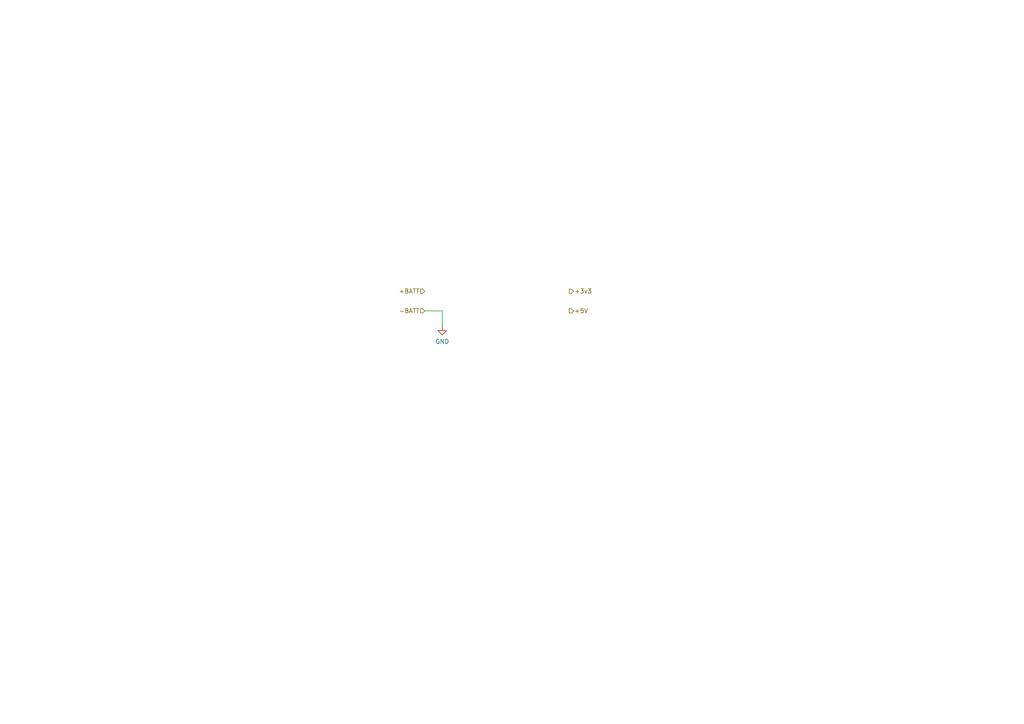
<source format=kicad_sch>
(kicad_sch (version 20211123) (generator eeschema)

  (uuid f8f58a27-f479-4ac6-b09f-b7fb28ba7bd2)

  (paper "A4")

  (lib_symbols
    (symbol "power:GND" (power) (pin_names (offset 0)) (in_bom yes) (on_board yes)
      (property "Reference" "#PWR" (id 0) (at 0 -6.35 0)
        (effects (font (size 1.27 1.27)) hide)
      )
      (property "Value" "GND" (id 1) (at 0 -3.81 0)
        (effects (font (size 1.27 1.27)))
      )
      (property "Footprint" "" (id 2) (at 0 0 0)
        (effects (font (size 1.27 1.27)) hide)
      )
      (property "Datasheet" "" (id 3) (at 0 0 0)
        (effects (font (size 1.27 1.27)) hide)
      )
      (property "ki_keywords" "power-flag" (id 4) (at 0 0 0)
        (effects (font (size 1.27 1.27)) hide)
      )
      (property "ki_description" "Power symbol creates a global label with name \"GND\" , ground" (id 5) (at 0 0 0)
        (effects (font (size 1.27 1.27)) hide)
      )
      (symbol "GND_0_1"
        (polyline
          (pts
            (xy 0 0)
            (xy 0 -1.27)
            (xy 1.27 -1.27)
            (xy 0 -2.54)
            (xy -1.27 -1.27)
            (xy 0 -1.27)
          )
          (stroke (width 0) (type default) (color 0 0 0 0))
          (fill (type none))
        )
      )
      (symbol "GND_1_1"
        (pin power_in line (at 0 0 270) (length 0) hide
          (name "GND" (effects (font (size 1.27 1.27))))
          (number "1" (effects (font (size 1.27 1.27))))
        )
      )
    )
  )


  (wire (pts (xy 123.19 90.17) (xy 128.27 90.17))
    (stroke (width 0) (type default) (color 0 0 0 0))
    (uuid 0e8e627d-32a8-4874-aff5-97b55cbed0a3)
  )
  (wire (pts (xy 128.27 90.17) (xy 128.27 94.615))
    (stroke (width 0) (type default) (color 0 0 0 0))
    (uuid 76b4195b-2844-4be6-a830-577a456902a1)
  )

  (hierarchical_label "+BATT" (shape input) (at 123.19 84.455 180)
    (effects (font (size 1.27 1.27)) (justify right))
    (uuid 49852d0c-2c1b-497e-a37c-3db8797ec99b)
  )
  (hierarchical_label "-BATT" (shape input) (at 123.19 90.17 180)
    (effects (font (size 1.27 1.27)) (justify right))
    (uuid 8e13d3b4-6f86-435f-aee4-b2632f628db2)
  )
  (hierarchical_label "+3v3" (shape output) (at 165.1 84.455 0)
    (effects (font (size 1.27 1.27)) (justify left))
    (uuid 93db7bb9-e930-4f3f-af7a-8a50c297ea7c)
  )
  (hierarchical_label "+5V" (shape output) (at 165.1 90.17 0)
    (effects (font (size 1.27 1.27)) (justify left))
    (uuid e125ec3b-7c5d-4fe8-ba4d-c8adbffed612)
  )

  (symbol (lib_id "power:GND") (at 128.27 94.615 0) (unit 1)
    (in_bom yes) (on_board yes) (fields_autoplaced)
    (uuid a9a1d1f5-362d-4d3e-a163-f1eb0f0ec5be)
    (property "Reference" "#PWR0101" (id 0) (at 128.27 100.965 0)
      (effects (font (size 1.27 1.27)) hide)
    )
    (property "Value" "GND" (id 1) (at 128.27 99.06 0))
    (property "Footprint" "" (id 2) (at 128.27 94.615 0)
      (effects (font (size 1.27 1.27)) hide)
    )
    (property "Datasheet" "" (id 3) (at 128.27 94.615 0)
      (effects (font (size 1.27 1.27)) hide)
    )
    (pin "1" (uuid cc7b0470-a5c3-4bca-a67a-ca06a4e80699))
  )
)

</source>
